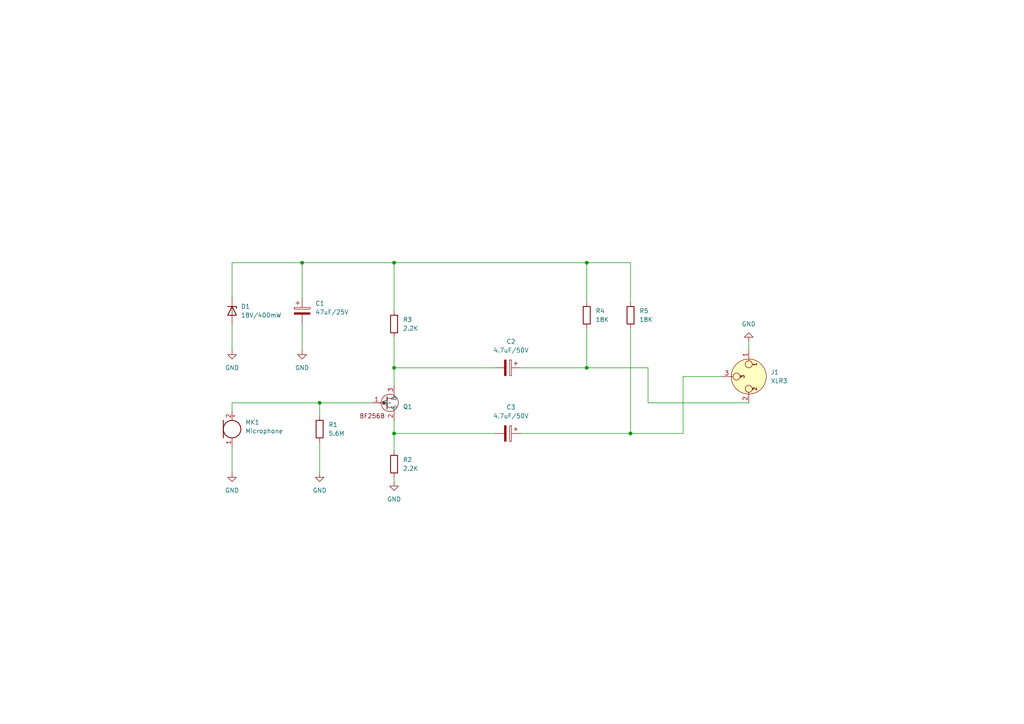
<source format=kicad_sch>
(kicad_sch (version 20230121) (generator eeschema)
  (paper "A4")
  (lib_symbols
    (symbol "Connector_Audio:XLR3" (pin_names hide)
      (property "Reference" "J" (at 0 8.89 0))
      (property "Value" "XLR3" (at 0 6.35 0))
      (symbol "XLR3_0_1"
        (circle (center -3.556 0) (radius 1.016))
        (circle (center 0 -3.556) (radius 1.016))
        (polyline (pts (xy -5.08 0) (xy -4.572 0)))
        (polyline (pts (xy 0 -5.08) (xy 0 -4.572)))
        (polyline (pts (xy 5.08 0) (xy 4.572 0)))
        (circle (center 0 0) (radius 5.08) (fill (type background)))
        (circle (center 3.556 0) (radius 1.016))
        (text "1" (at -3.556 1.778 0) (effects (font (size 1.016 1.016) bold)))
        (text "2" (at 3.556 1.778 0) (effects (font (size 1.016 1.016) bold)))
        (text "3" (at 0 -1.778 0) (effects (font (size 1.016 1.016) bold)))
        (pin passive line (at -7.62 0 0) (length 2.54) (name "~") (number "1"))
        (pin passive line (at 7.62 0 180) (length 2.54) (name "~") (number "2"))
        (pin passive line (at 0 -7.62 90) (length 2.54) (name "~") (number "3"))
      )
    )
    (symbol "Device:C_Polarized" (pin_numbers hide) (pin_names (offset 0.254))
      (property "Reference" "C" (at 0.635 2.54 0))
      (property "Value" "C_Polarized" (at 0.635 -2.54 0))
      (symbol "C_Polarized_0_1"
        (rectangle (start -2.286 0.508) (end 2.286 1.016))
        (polyline (pts (xy -1.778 2.286) (xy -0.762 2.286)))
        (polyline (pts (xy -1.27 2.794) (xy -1.27 1.778)))
        (rectangle (start 2.286 -0.508) (end -2.286 -1.016) (fill (type outline)))
      )
      (symbol "C_Polarized_1_1"
        (pin passive line (at 0 3.81 270) (length 2.794) (name "~") (number "1"))
        (pin passive line (at 0 -3.81 90) (length 2.794) (name "~") (number "2"))
      )
    )
    (symbol "Device:D_Zener" (pin_numbers hide) (pin_names (offset 1.016) hide)
      (property "Reference" "D" (at 0 2.54 0))
      (property "Value" "D_Zener" (at 0 -2.54 0))
      (symbol "D_Zener_0_1"
        (polyline (pts (xy 1.27 0) (xy -1.27 0)))
        (polyline (pts (xy -1.27 -1.27) (xy -1.27 1.27) (xy -0.762 1.27)) (stroke (width 0.254)))
        (polyline (pts (xy 1.27 -1.27) (xy 1.27 1.27) (xy -1.27 0) (xy 1.27 -1.27)) (stroke (width 0.254)))
      )
      (symbol "D_Zener_1_1"
        (pin passive line (at -3.81 0 0) (length 2.54) (name "K") (number "1"))
        (pin passive line (at 3.81 0 180) (length 2.54) (name "A") (number "2"))
      )
    )
    (symbol "Device:Microphone" (pin_names (offset 0.0254) hide)
      (property "Reference" "MK" (at -3.81 1.27 0))
      (property "Value" "Microphone" (at -3.81 -0.635 0))
      (symbol "Microphone_0_1"
        (polyline (pts (xy -2.54 2.54) (xy -2.54 -2.54)) (stroke (width 0.254)))
        (polyline (pts (xy 0.254 3.81) (xy 0.762 3.81)))
        (polyline (pts (xy 0.508 4.064) (xy 0.508 3.556)))
        (circle (center 0 0) (radius 2.54) (stroke (width 0.254)))
      )
      (symbol "Microphone_1_1"
        (pin passive line (at 0 -5.08 90) (length 2.54) (name "-") (number "1"))
        (pin passive line (at 0 5.08 270) (length 2.54) (name "+") (number "2"))
      )
    )
    (symbol "Device:R" (pin_numbers hide) (pin_names (offset 0))
      (property "Reference" "R" (at 2.032 0 90))
      (property "Value" "R" (at 0 0 90))
      (symbol "R_0_1"
        (rectangle (start -1.016 -2.54) (end 1.016 2.54) (stroke (width 0.254)))
      )
      (symbol "R_1_1"
        (pin passive line (at 0 3.81 270) (length 1.27) (name "~") (number "1"))
        (pin passive line (at 0 -3.81 90) (length 1.27) (name "~") (number "2"))
      )
    )
    (symbol "mia_personale:BF256B"
      (property "Reference" "Q" (at 0 0 0))
      (symbol "BF256B_0_1"
        (circle (center 0 0) (radius 2.5016))
      )
      (symbol "BF256B_1_1"
        (polyline (pts (xy -3.556 0) (xy -2.032 0)))
        (polyline (pts (xy -0.762 -1.27) (xy 1.27 -1.27)))
        (polyline (pts (xy -0.762 1.27) (xy 1.27 1.27)))
        (polyline (pts (xy -0.762 1.778) (xy -0.762 -1.778)) (stroke (width 0.25)))
        (polyline (pts (xy 1.27 -2.54) (xy 1.27 -1.27)))
        (polyline (pts (xy 1.27 1.27) (xy 1.27 2.54)))
        (polyline (pts (xy -1.016 0) (xy -2.032 0.508) (xy -2.032 -0.508) (xy -1.016 0)) (fill (type outline)))
        (text "BF256B" (at -5.08 -3.81 0) (effects (font (size 1.27 1.27))))
        (pin input line (at -5.08 0 0) (length 2.54) (name "G") (number "1"))
        (pin passive line (at 1.27 -5.08 90) (length 2.54) (name "S") (number "2"))
        (pin passive line (at 1.27 5.08 270) (length 2.54) (name "D") (number "3"))
      )
    )
    (symbol "power:GND" (power) (pin_names (offset 0))
      (property "Value" "GND" (at 0 -3.81 0))
      (symbol "GND_0_1"
        (polyline (pts (xy 0 0) (xy 0 -1.27) (xy 1.27 -1.27) (xy 0 -2.54) (xy -1.27 -1.27) (xy 0 -1.27)))
      )
      (symbol "GND_1_1"
        (pin power_in line (at 0 0 270) (length 0) hide (name "GND") (number "1"))
      )
    )
  )
  (junction (at 114.3 106.68))
  (junction (at 182.88 125.73))
  (junction (at 170.18 106.68))
  (junction (at 170.18 76.2))
  (junction (at 92.71 116.84))
  (junction (at 87.63 76.2))
  (junction (at 114.3 76.2))
  (junction (at 114.3 125.73))
  (wire (pts (xy 67.31 93.98) (xy 67.31 101.6)))
  (wire (pts (xy 182.88 87.63) (xy 182.88 76.2)))
  (wire (pts (xy 67.31 76.2) (xy 87.63 76.2)))
  (wire (pts (xy 187.96 116.84) (xy 187.96 106.68)))
  (wire (pts (xy 198.12 125.73) (xy 182.88 125.73)))
  (wire (pts (xy 67.31 129.54) (xy 67.31 137.16)))
  (wire (pts (xy 67.31 119.38) (xy 67.31 116.84)))
  (wire (pts (xy 209.55 109.22) (xy 198.12 109.22)))
  (wire (pts (xy 67.31 116.84) (xy 92.71 116.84)))
  (wire (pts (xy 217.17 99.06) (xy 217.17 101.6)))
  (wire (pts (xy 170.18 76.2) (xy 182.88 76.2)))
  (wire (pts (xy 198.12 109.22) (xy 198.12 125.73)))
  (wire (pts (xy 114.3 106.68) (xy 114.3 111.76)))
  (wire (pts (xy 187.96 106.68) (xy 170.18 106.68)))
  (wire (pts (xy 87.63 76.2) (xy 114.3 76.2)))
  (wire (pts (xy 87.63 93.98) (xy 87.63 101.6)))
  (wire (pts (xy 151.13 106.68) (xy 170.18 106.68)))
  (wire (pts (xy 170.18 76.2) (xy 114.3 76.2)))
  (wire (pts (xy 217.17 116.84) (xy 187.96 116.84)))
  (wire (pts (xy 182.88 125.73) (xy 182.88 95.25)))
  (wire (pts (xy 87.63 76.2) (xy 87.63 86.36)))
  (wire (pts (xy 92.71 116.84) (xy 92.71 120.65)))
  (wire (pts (xy 170.18 87.63) (xy 170.18 76.2)))
  (wire (pts (xy 92.71 116.84) (xy 107.95 116.84)))
  (wire (pts (xy 114.3 106.68) (xy 143.51 106.68)))
  (wire (pts (xy 151.13 125.73) (xy 182.88 125.73)))
  (wire (pts (xy 114.3 97.79) (xy 114.3 106.68)))
  (wire (pts (xy 114.3 138.43) (xy 114.3 139.7)))
  (wire (pts (xy 67.31 86.36) (xy 67.31 76.2)))
  (wire (pts (xy 114.3 125.73) (xy 114.3 130.81)))
  (wire (pts (xy 114.3 125.73) (xy 143.51 125.73)))
  (wire (pts (xy 114.3 76.2) (xy 114.3 90.17)))
  (wire (pts (xy 114.3 121.92) (xy 114.3 125.73)))
  (wire (pts (xy 92.71 128.27) (xy 92.71 137.16)))
  (wire (pts (xy 170.18 95.25) (xy 170.18 106.68)))
  (symbol (lib_id "Device:C_Polarized") (at 147.32 106.68 270) (unit 1)
    (property "Reference" "C2" (at 148.209 99.06 90))
    (property "Value" "4.7uF/50V" (at 148.209 101.6 90))
    (property "Footprint" "Capacitor_THT:CP_Radial_D4.0mm_P2.00mm" (effects hide))
  )
  (symbol (lib_id "Device:R") (at 114.3 134.62 0) (unit 1)
    (property "Reference" "R2" (at 116.84 133.35 0) (effects (justify left)))
    (property "Value" "2.2K" (at 116.84 135.89 0) (effects (justify left)))
    (property "Footprint" "Resistor_THT:R_Axial_DIN0204_L3.6mm_D1.6mm_P1.90mm_Vertical" (effects hide))
  )
  (symbol (lib_id "power:GND") (at 67.31 137.16 0) (unit 1)
    (property "Reference" "#PWR01" (effects hide))
    (property "Value" "GND" (at 67.31 142.24 0))
  )
  (symbol (lib_id "power:GND") (at 217.17 99.06 180) (unit 1)
    (property "Reference" "#PWR06" (effects hide))
    (property "Value" "GND" (at 217.17 93.98 0))
  )
  (symbol (lib_id "Device:R") (at 182.88 91.44 0) (unit 1)
    (property "Reference" "R5" (at 185.42 90.17 0) (effects (justify left)))
    (property "Value" "18K" (at 185.42 92.71 0) (effects (justify left)))
    (property "Footprint" "Resistor_THT:R_Axial_DIN0204_L3.6mm_D1.6mm_P1.90mm_Vertical" (effects hide))
  )
  (symbol (lib_id "Device:R") (at 114.3 93.98 0) (unit 1)
    (property "Reference" "R3" (at 116.84 92.71 0) (effects (justify left)))
    (property "Value" "2.2K" (at 116.84 95.25 0) (effects (justify left)))
    (property "Footprint" "Resistor_THT:R_Axial_DIN0204_L3.6mm_D1.6mm_P1.90mm_Vertical" (effects hide))
  )
  (symbol (lib_id "Device:D_Zener") (at 67.31 90.17 270) (unit 1)
    (property "Reference" "D1" (at 69.85 88.9 90) (effects (justify left)))
    (property "Value" "18V/400mW" (at 69.85 91.44 90) (effects (justify left)))
    (property "Footprint" "Diode_THT:D_DO-41_SOD81_P2.54mm_Vertical_KathodeUp" (effects hide))
  )
  (symbol (lib_id "power:GND") (at 67.31 101.6 0) (unit 1)
    (property "Reference" "#PWR04" (effects hide))
    (property "Value" "GND" (at 67.31 106.68 0))
  )
  (symbol (lib_id "Device:R") (at 92.71 124.46 0) (unit 1)
    (property "Reference" "R1" (at 95.25 123.19 0) (effects (justify left)))
    (property "Value" "5.6M" (at 95.25 125.73 0) (effects (justify left)))
    (property "Footprint" "Resistor_THT:R_Axial_DIN0204_L3.6mm_D1.6mm_P1.90mm_Vertical" (effects hide))
  )
  (symbol (lib_id "Device:Microphone") (at 67.31 124.46 0) (unit 1)
    (property "Reference" "MK1" (at 71.12 122.4915 0) (effects (justify left)))
    (property "Value" "Microphone" (at 71.12 125.0315 0) (effects (justify left)))
    (property "Footprint" "TestPoint:TestPoint_2Pads_Pitch5.08mm_Drill1.3mm" (effects hide))
  )
  (symbol (lib_id "Device:C_Polarized") (at 147.32 125.73 270) (unit 1)
    (property "Reference" "C3" (at 148.209 118.11 90))
    (property "Value" "4.7uF/50V" (at 148.209 120.65 90))
    (property "Footprint" "Capacitor_THT:CP_Radial_D4.0mm_P2.00mm" (effects hide))
  )
  (symbol (lib_id "power:GND") (at 114.3 139.7 0) (unit 1)
    (property "Reference" "#PWR03" (effects hide))
    (property "Value" "GND" (at 114.3 144.78 0))
  )
  (symbol (lib_id "Connector_Audio:XLR3") (at 217.17 109.22 270) (unit 1)
    (property "Reference" "J1" (at 223.52 107.95 90) (effects (justify left)))
    (property "Value" "XLR3" (at 223.52 110.49 90) (effects (justify left)))
    (property "Footprint" "Connector_Audio:Jack_XLR_Neutrik_NC3MAAH_Horizontal" (effects hide))
    (property "Datasheet" " ~" (effects hide))
  )
  (symbol (lib_id "Device:C_Polarized") (at 87.63 90.17 0) (unit 1)
    (property "Reference" "C1" (at 91.44 88.011 0) (effects (justify left)))
    (property "Value" "47uF/25V" (at 91.44 90.551 0) (effects (justify left)))
    (property "Footprint" "Capacitor_THT:CP_Radial_D5.0mm_P2.00mm" (effects hide))
  )
  (symbol (lib_id "mia_personale:BF256B") (at 113.03 116.84 0) (unit 1)
    (property "Reference" "Q1" (at 116.84 117.9858 0) (effects (justify left)))
    (property "Value" "~" (at 113.03 116.84 0))
    (property "Footprint" "Package_TO_SOT_THT:TO-92L_Inline" (effects hide))
  )
  (symbol (lib_id "Device:R") (at 170.18 91.44 0) (unit 1)
    (property "Reference" "R4" (at 172.72 90.17 0) (effects (justify left)))
    (property "Value" "18K" (at 172.72 92.71 0) (effects (justify left)))
    (property "Footprint" "Resistor_THT:R_Axial_DIN0204_L3.6mm_D1.6mm_P1.90mm_Vertical" (effects hide))
  )
  (symbol (lib_id "power:GND") (at 87.63 101.6 0) (unit 1)
    (property "Reference" "#PWR05" (effects hide))
    (property "Value" "GND" (at 87.63 106.68 0))
  )
  (symbol (lib_id "power:GND") (at 92.71 137.16 0) (unit 1)
    (property "Reference" "#PWR02" (effects hide))
    (property "Value" "GND" (at 92.71 142.24 0))
  )
)
</source>
